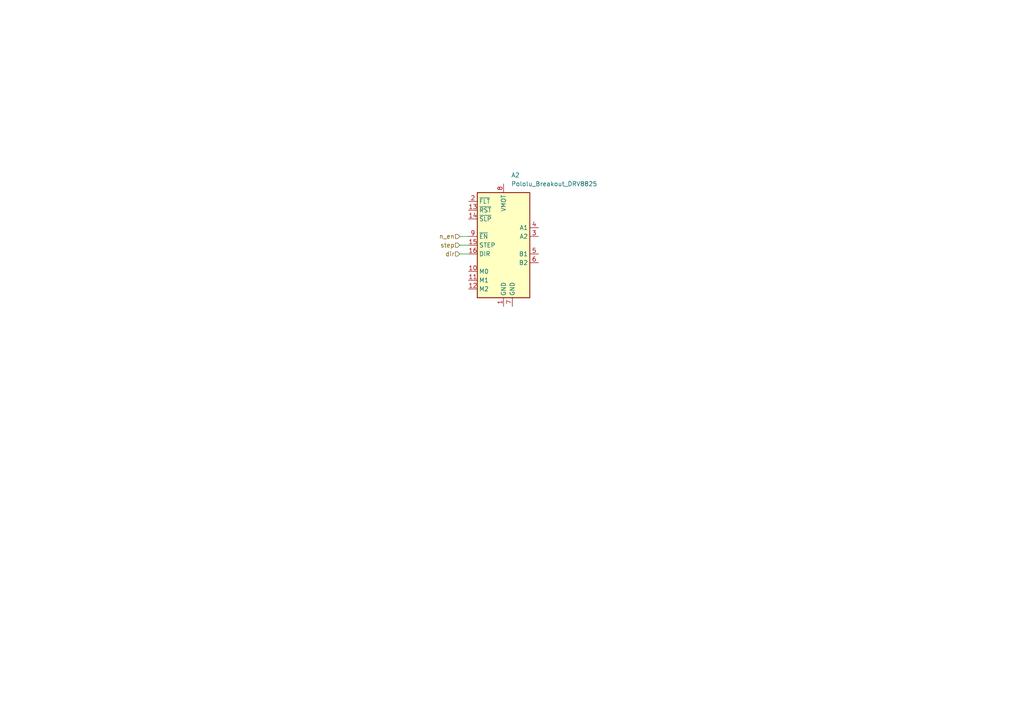
<source format=kicad_sch>
(kicad_sch (version 20230121) (generator eeschema)
  (paper "A4")
  (lib_symbols
    (symbol "Driver_Motor:Pololu_Breakout_DRV8825"
      (property "Reference" "A" (at -2.54 16.51 0))
      (property "Value" "Pololu_Breakout_DRV8825" (at -2.54 13.97 0))
      (symbol "Pololu_Breakout_DRV8825_0_1"
        (rectangle (start 7.62 -17.78) (end -7.62 12.7) (stroke (width 0.254)) (fill (type background)))
      )
      (symbol "Pololu_Breakout_DRV8825_1_1"
        (pin power_in line (at 0 -20.32 90) (length 2.54) (name "GND") (number "1"))
        (pin input line (at -10.16 -10.16 0) (length 2.54) (name "M0") (number "10"))
        (pin input line (at -10.16 -12.7 0) (length 2.54) (name "M1") (number "11"))
        (pin input line (at -10.16 -15.24 0) (length 2.54) (name "M2") (number "12"))
        (pin input line (at -10.16 7.62 0) (length 2.54) (name "~{RST}") (number "13"))
        (pin input line (at -10.16 5.08 0) (length 2.54) (name "~{SLP}") (number "14"))
        (pin input line (at -10.16 -2.54 0) (length 2.54) (name "STEP") (number "15"))
        (pin input line (at -10.16 -5.08 0) (length 2.54) (name "DIR") (number "16"))
        (pin output line (at -10.16 10.16 0) (length 2.54) (name "~{FLT}") (number "2"))
        (pin output line (at 10.16 0 180) (length 2.54) (name "A2") (number "3"))
        (pin output line (at 10.16 2.54 180) (length 2.54) (name "A1") (number "4"))
        (pin output line (at 10.16 -5.08 180) (length 2.54) (name "B1") (number "5"))
        (pin output line (at 10.16 -7.62 180) (length 2.54) (name "B2") (number "6"))
        (pin power_in line (at 2.54 -20.32 90) (length 2.54) (name "GND") (number "7"))
        (pin power_in line (at 0 15.24 270) (length 2.54) (name "VMOT") (number "8"))
        (pin input line (at -10.16 0 0) (length 2.54) (name "~{EN}") (number "9"))
      )
    )
  )
  (wire (pts (xy 133.35 73.66) (xy 135.89 73.66)))
  (wire (pts (xy 133.35 68.58) (xy 135.89 68.58)))
  (wire (pts (xy 133.35 71.12) (xy 135.89 71.12)))
  (hierarchical_label "n_en" (shape input) (at 133.35 68.58 180) (property "inverted" "true" (effects hide)))
  (hierarchical_label "step" (shape input) (at 133.35 71.12 180))
  (hierarchical_label "dir" (shape input) (at 133.35 73.66 180))
  (symbol (lib_id "Driver_Motor:Pololu_Breakout_DRV8825") (at 146.05 68.58 0) (unit 1)
    (property "Reference" "A2" (at 148.2441 50.8 0) (effects (justify left)))
    (property "Value" "Pololu_Breakout_DRV8825" (at 148.2441 53.34 0) (effects (justify left)))
    (property "Footprint" "Module:Pololu_Breakout-16_15.2x20.3mm" (effects hide))
    (property "Datasheet" "https://www.pololu.com/product/2982" (effects hide))
    (instances (project "self_balancing_robot_v1" (path "" (reference "A2") (unit 1)) (path "" (reference "A1") (unit 1))))
  )
)
</source>
